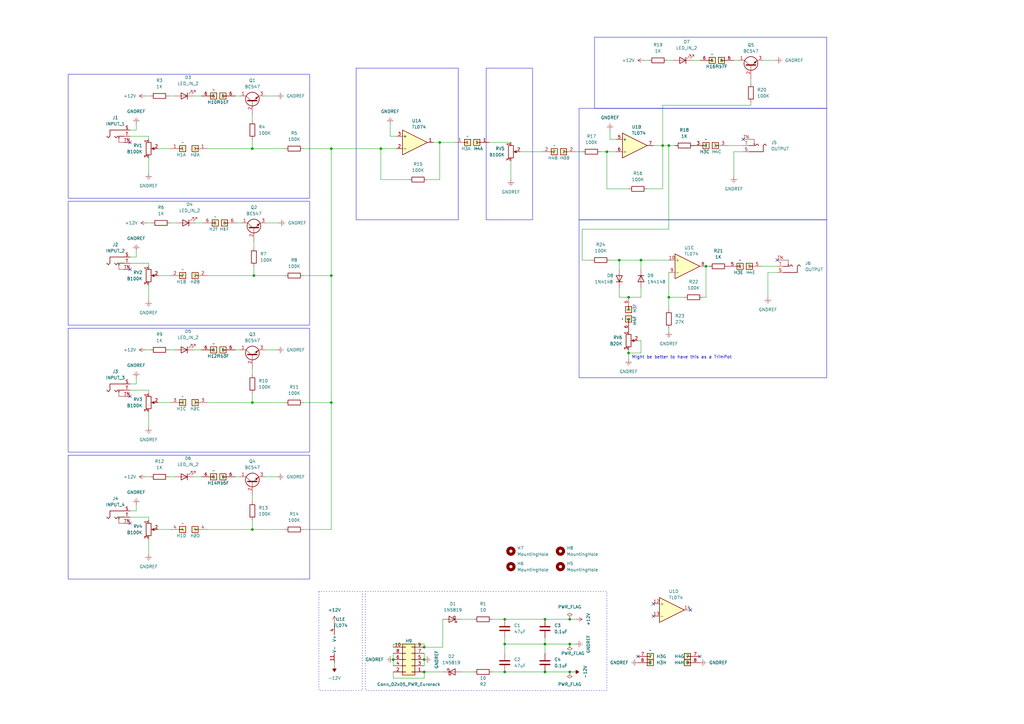
<source format=kicad_sch>
(kicad_sch (version 20230121) (generator eeschema)
  (paper "A3")
  (lib_symbols
    (symbol "Amplifier_Operational:TL074" (pin_names (offset 0.127))
      (property "Reference" "U" (at 0 5.08 0))
      (property "Value" "TL074" (at 0 -5.08 0))
      (symbol "TL074_1_1"
        (pin output line (at 7.62 0 180) (length 2.54) (name "~") (number "1"))
        (pin input line (at -7.62 -2.54 0) (length 2.54) (name "-") (number "2"))
        (pin input line (at -7.62 2.54 0) (length 2.54) (name "+") (number "3"))
      )
      (symbol "TL074_2_1"
        (pin input line (at -7.62 2.54 0) (length 2.54) (name "+") (number "5"))
        (pin input line (at -7.62 -2.54 0) (length 2.54) (name "-") (number "6"))
        (pin output line (at 7.62 0 180) (length 2.54) (name "~") (number "7"))
      )
      (symbol "TL074_3_1"
        (pin input line (at -7.62 2.54 0) (length 2.54) (name "+") (number "10"))
        (pin output line (at 7.62 0 180) (length 2.54) (name "~") (number "8"))
        (pin input line (at -7.62 -2.54 0) (length 2.54) (name "-") (number "9"))
      )
      (symbol "TL074_4_1"
        (pin input line (at -7.62 2.54 0) (length 2.54) (name "+") (number "12"))
        (pin input line (at -7.62 -2.54 0) (length 2.54) (name "-") (number "13"))
        (pin output line (at 7.62 0 180) (length 2.54) (name "~") (number "14"))
      )
      (symbol "TL074_5_1"
        (pin power_in line (at -2.54 -7.62 90) (length 3.81) (name "V-") (number "11"))
        (pin power_in line (at -2.54 7.62 270) (length 3.81) (name "V+") (number "4"))
      )
    )
    (symbol "Device:C" (pin_numbers hide) (pin_names (offset 0.254))
      (property "Reference" "C" (at 0.635 2.54 0))
      (property "Value" "C" (at 0.635 -2.54 0))
      (symbol "C_1_1"
        (pin passive line (at 0 3.81 270) (length 2.794) (name "~") (number "1"))
        (pin passive line (at 0 -3.81 90) (length 2.794) (name "~") (number "2"))
      )
    )
    (symbol "Device:LED" (pin_numbers hide) (pin_names (offset 1.016) hide)
      (property "Reference" "D" (at 0 2.54 0))
      (property "Value" "LED" (at 0 -2.54 0))
      (symbol "LED_1_1"
        (pin passive line (at -3.81 0 0) (length 2.54) (name "K") (number "1"))
        (pin passive line (at 3.81 0 180) (length 2.54) (name "A") (number "2"))
      )
    )
    (symbol "Device:R" (pin_numbers hide) (pin_names (offset 0))
      (property "Reference" "R" (at 2.032 0 90))
      (property "Value" "R" (at 0 0 90))
      (symbol "R_1_1"
        (pin passive line (at 0 3.81 270) (length 1.27) (name "~") (number "1"))
        (pin passive line (at 0 -3.81 90) (length 1.27) (name "~") (number "2"))
      )
    )
    (symbol "Device:R_Potentiometer" (pin_names (offset 1.016) hide)
      (property "Reference" "RV" (at -4.445 0 90))
      (property "Value" "R_Potentiometer" (at -2.54 0 90))
      (symbol "R_Potentiometer_1_1"
        (pin passive line (at 0 3.81 270) (length 1.27) (name "1") (number "1"))
        (pin passive line (at 3.81 0 180) (length 1.27) (name "2") (number "2"))
        (pin passive line (at 0 -3.81 90) (length 1.27) (name "3") (number "3"))
      )
    )
    (symbol "Diode:1N4148" (pin_numbers hide) (pin_names hide)
      (property "Reference" "D" (at 0 2.54 0))
      (property "Value" "1N4148" (at 0 -2.54 0))
      (symbol "1N4148_1_1"
        (pin passive line (at -3.81 0 0) (length 2.54) (name "K") (number "1"))
        (pin passive line (at 3.81 0 180) (length 2.54) (name "A") (number "2"))
      )
    )
    (symbol "Diode:1N5819" (pin_numbers hide) (pin_names (offset 1.016) hide)
      (property "Reference" "D" (at 0 2.54 0))
      (property "Value" "1N5819" (at 0 -2.54 0))
      (symbol "1N5819_1_1"
        (pin passive line (at -3.81 0 0) (length 2.54) (name "K") (number "1"))
        (pin passive line (at 3.81 0 180) (length 2.54) (name "A") (number "2"))
      )
    )
    (symbol "Mechanical:MountingHole" (pin_names (offset 1.016))
      (property "Reference" "H" (at 0 5.08 0))
      (property "Value" "MountingHole" (at 0 3.175 0))
    )
    (symbol "Synth_Custom:AudioJack2_PJ398SM"
      (property "Reference" "J" (at 0 8.89 0))
      (property "Value" "AudioJack2_PJ398SM" (at 0 6.35 0))
      (symbol "AudioJack2_PJ398SM_1_1"
        (pin passive line (at 5.08 2.54 180) (length 2.54) (name "~") (number "S"))
        (pin passive line (at 5.08 0 180) (length 2.54) (name "~") (number "T"))
        (pin passive line (at 5.08 -2.54 180) (length 2.54) (name "~") (number "TN"))
      )
    )
    (symbol "Synth_Custom:CONN_Header_01x08"
      (property "Reference" "H" (at 2.54 0 0))
      (symbol "CONN_Header_01x08_1_1"
        (pin passive line (at -5.08 0 0) (length 3.81) (name "1") (number "1"))
      )
      (symbol "CONN_Header_01x08_2_1"
        (pin passive line (at -5.08 0 0) (length 3.81) (name "2") (number "2"))
      )
      (symbol "CONN_Header_01x08_3_1"
        (pin passive line (at -5.08 0 0) (length 3.81) (name "3") (number "3"))
      )
      (symbol "CONN_Header_01x08_4_1"
        (pin passive line (at -5.08 0 0) (length 3.81) (name "4") (number "4"))
      )
      (symbol "CONN_Header_01x08_5_1"
        (pin passive line (at -5.08 0 0) (length 3.81) (name "5") (number "5"))
      )
      (symbol "CONN_Header_01x08_6_1"
        (pin passive line (at -5.08 0 0) (length 3.81) (name "6") (number "6"))
      )
      (symbol "CONN_Header_01x08_7_1"
        (pin passive line (at -5.08 0 0) (length 3.81) (name "7") (number "7"))
      )
      (symbol "CONN_Header_01x08_8_1"
        (pin passive line (at -5.08 0 0) (length 3.81) (name "8") (number "8"))
      )
    )
    (symbol "Synth_Custom:CONN_Socket_01x08"
      (property "Reference" "H" (at 2.54 0 0))
      (symbol "CONN_Socket_01x08_1_1"
        (pin passive line (at -5.08 0 0) (length 3.81) (name "1") (number "1"))
      )
      (symbol "CONN_Socket_01x08_2_1"
        (pin passive line (at -5.08 0 0) (length 3.81) (name "2") (number "2"))
      )
      (symbol "CONN_Socket_01x08_3_1"
        (pin passive line (at -5.08 0 0) (length 3.81) (name "3") (number "3"))
      )
      (symbol "CONN_Socket_01x08_4_1"
        (pin passive line (at -5.08 0 0) (length 3.81) (name "4") (number "4"))
      )
      (symbol "CONN_Socket_01x08_5_1"
        (pin passive line (at -5.08 0 0) (length 3.81) (name "5") (number "5"))
      )
      (symbol "CONN_Socket_01x08_6_1"
        (pin passive line (at -5.08 0 0) (length 3.81) (name "6") (number "6"))
      )
      (symbol "CONN_Socket_01x08_7_1"
        (pin passive line (at -5.08 0 0) (length 3.81) (name "7") (number "7"))
      )
      (symbol "CONN_Socket_01x08_8_1"
        (pin passive line (at -5.08 0 0) (length 3.81) (name "8") (number "8"))
      )
    )
    (symbol "Synth_Custom:Conn_02x05_PWR_Eurorack" (pin_names (offset 1.016) hide)
      (property "Reference" "H" (at 0 7.62 0))
      (property "Value" "Conn_02x05_PWR_Eurorack" (at 1.27 -7.62 0))
      (symbol "Conn_02x05_PWR_Eurorack_1_1"
        (pin passive line (at -6.35 5.08 0) (length 3.81) (name "Pin_1") (number "1"))
        (pin passive line (at 6.35 -5.08 180) (length 3.81) (name "Pin_10") (number "10"))
        (pin passive line (at 6.35 5.08 180) (length 3.81) (name "Pin_2") (number "2"))
        (pin passive line (at -6.35 2.54 0) (length 3.81) (name "Pin_3") (number "3"))
        (pin passive line (at 6.35 2.54 180) (length 3.81) (name "Pin_4") (number "4"))
        (pin passive line (at -6.35 0 0) (length 3.81) (name "Pin_5") (number "5"))
        (pin passive line (at 6.35 0 180) (length 3.81) (name "Pin_6") (number "6"))
        (pin passive line (at -6.35 -2.54 0) (length 3.81) (name "Pin_7") (number "7"))
        (pin passive line (at 6.35 -2.54 180) (length 3.81) (name "Pin_8") (number "8"))
        (pin passive line (at -6.35 -5.08 0) (length 3.81) (name "Pin_9") (number "9"))
      )
    )
    (symbol "Transistor_BJT:BC547" (pin_names (offset 0) hide)
      (property "Reference" "Q" (at 5.08 1.905 0))
      (property "Value" "BC547" (at 5.08 0 0))
      (symbol "BC547_1_1"
        (pin passive line (at 2.54 5.08 270) (length 2.54) (name "C") (number "1"))
        (pin input line (at -5.08 0 0) (length 5.08) (name "B") (number "2"))
        (pin passive line (at 2.54 -5.08 90) (length 2.54) (name "E") (number "3"))
      )
    )
    (symbol "power:+12V" (power) (pin_names (offset 0))
      (property "Value" "+12V" (at 0 3.556 0))
      (symbol "+12V_1_1"
        (pin power_in line (at 0 0 90) (length 0) hide (name "+12V") (number "1"))
      )
    )
    (symbol "power:-12V" (power) (pin_names (offset 0))
      (property "Value" "-12V" (at 0 3.81 0))
      (symbol "-12V_0_0"
        (pin power_in line (at 0 0 90) (length 0) hide (name "-12V") (number "1"))
      )
    )
    (symbol "power:GNDREF" (power) (pin_names (offset 0))
      (property "Value" "GNDREF" (at 0 -3.81 0))
      (symbol "GNDREF_1_1"
        (pin power_in line (at 0 0 270) (length 0) hide (name "GNDREF") (number "1"))
      )
    )
    (symbol "power:PWR_FLAG" (power) (pin_numbers hide) (pin_names (offset 0) hide)
      (property "Value" "PWR_FLAG" (at 0 3.81 0))
      (symbol "PWR_FLAG_0_0"
        (pin power_out line (at 0 0 90) (length 0) (name "pwr") (number "1"))
      )
    )
  )
  (junction (at 104.14 113.03))
  (junction (at 207.01 275.59))
  (junction (at 207.01 254))
  (junction (at 103.505 60.96))
  (junction (at 135.89 60.96))
  (junction (at 207.01 264.16))
  (junction (at 223.52 275.59))
  (junction (at 173.99 275.59))
  (junction (at 233.68 275.59))
  (junction (at 223.52 264.16))
  (junction (at 233.68 254))
  (junction (at 223.52 254))
  (junction (at 257.81 121.92))
  (junction (at 173.99 265.43))
  (junction (at 262.89 106.68))
  (junction (at 274.32 59.69))
  (junction (at 289.56 109.22))
  (junction (at 257.81 144.78))
  (junction (at 156.21 60.96))
  (junction (at 274.32 121.92))
  (junction (at 254 106.68))
  (junction (at 103.505 165.1))
  (junction (at 248.92 62.23))
  (junction (at 271.78 59.69))
  (junction (at 173.99 270.51))
  (junction (at 233.68 264.16))
  (junction (at 135.89 165.1))
  (junction (at 103.505 217.17))
  (junction (at 161.29 270.51))
  (junction (at 135.89 113.03))
  (junction (at 180.34 58.42))
  (no_connect (at 304.8 57.15))
  (no_connect (at 267.97 247.65))
  (no_connect (at 53.34 214.63))
  (no_connect (at 53.34 162.56))
  (no_connect (at 283.21 250.19))
  (no_connect (at 261.62 269.24))
  (no_connect (at 53.34 110.49))
  (no_connect (at 53.34 58.42))
  (no_connect (at 318.77 106.68))
  (no_connect (at 267.97 252.73))
  (no_connect (at 287.02 269.24))
  (wire (pts (xy 137.16 271.78) (xy 137.16 273.05)))
  (wire (pts (xy 53.34 160.02) (xy 60.96 160.02)))
  (wire (pts (xy 60.96 160.02) (xy 60.96 161.29)))
  (wire (pts (xy 167.64 73.66) (xy 156.21 73.66)))
  (wire (pts (xy 55.88 154.94) (xy 55.88 157.48)))
  (wire (pts (xy 85.09 217.17) (xy 103.505 217.17)))
  (wire (pts (xy 55.88 207.01) (xy 55.88 209.55)))
  (wire (pts (xy 307.975 43.18) (xy 307.975 41.91)))
  (wire (pts (xy 246.38 62.23) (xy 248.92 62.23)))
  (wire (pts (xy 60.96 64.77) (xy 60.96 71.12)))
  (wire (pts (xy 61.595 39.37) (xy 59.69 39.37)))
  (wire (pts (xy 69.85 91.44) (xy 72.39 91.44)))
  (wire (pts (xy 173.99 267.97) (xy 173.99 270.51)))
  (wire (pts (xy 60.96 212.09) (xy 60.96 213.36)))
  (wire (pts (xy 274.32 127) (xy 274.32 121.92)))
  (wire (pts (xy 104.14 99.06) (xy 104.14 101.6)))
  (wire (pts (xy 103.505 151.13) (xy 103.505 153.67)))
  (wire (pts (xy 207.01 275.59) (xy 223.52 275.59)))
  (wire (pts (xy 61.595 143.51) (xy 59.69 143.51)))
  (wire (pts (xy 300.99 62.23) (xy 300.99 72.39)))
  (wire (pts (xy 124.46 165.1) (xy 135.89 165.1)))
  (wire (pts (xy 103.505 213.36) (xy 103.505 217.17)))
  (wire (pts (xy 103.505 60.96) (xy 116.84 60.96)))
  (wire (pts (xy 79.375 143.51) (xy 82.55 143.51)))
  (wire (pts (xy 103.505 46.99) (xy 103.505 49.53)))
  (wire (pts (xy 69.215 195.58) (xy 71.755 195.58)))
  (wire (pts (xy 109.22 91.44) (xy 114.3 91.44)))
  (wire (pts (xy 103.505 217.17) (xy 116.84 217.17)))
  (wire (pts (xy 257.81 143.51) (xy 257.81 144.78)))
  (wire (pts (xy 60.96 116.84) (xy 60.96 123.19)))
  (wire (pts (xy 55.88 50.8) (xy 55.88 53.34)))
  (wire (pts (xy 238.76 106.68) (xy 242.57 106.68)))
  (wire (pts (xy 135.89 60.96) (xy 156.21 60.96)))
  (wire (pts (xy 280.67 121.92) (xy 274.32 121.92)))
  (wire (pts (xy 103.505 57.15) (xy 103.505 60.96)))
  (wire (pts (xy 273.685 24.765) (xy 276.225 24.765)))
  (wire (pts (xy 53.34 209.55) (xy 55.88 209.55)))
  (wire (pts (xy 79.375 39.37) (xy 82.55 39.37)))
  (wire (pts (xy 104.14 109.22) (xy 104.14 113.03)))
  (wire (pts (xy 62.23 91.44) (xy 60.325 91.44)))
  (wire (pts (xy 64.77 60.96) (xy 69.85 60.96)))
  (wire (pts (xy 271.78 43.18) (xy 307.975 43.18)))
  (wire (pts (xy 108.585 195.58) (xy 113.665 195.58)))
  (wire (pts (xy 180.34 58.42) (xy 177.8 58.42)))
  (wire (pts (xy 173.99 275.59) (xy 173.99 278.13)))
  (wire (pts (xy 223.52 275.59) (xy 233.68 275.59)))
  (wire (pts (xy 180.34 58.42) (xy 186.69 58.42)))
  (wire (pts (xy 250.19 106.68) (xy 254 106.68)))
  (wire (pts (xy 173.99 278.13) (xy 161.29 278.13)))
  (wire (pts (xy 60.96 168.91) (xy 60.96 175.26)))
  (wire (pts (xy 223.52 264.16) (xy 233.68 264.16)))
  (wire (pts (xy 53.34 55.88) (xy 60.96 55.88)))
  (wire (pts (xy 289.56 109.22) (xy 290.83 109.22)))
  (wire (pts (xy 79.375 195.58) (xy 82.55 195.58)))
  (wire (pts (xy 96.52 39.37) (xy 98.425 39.37)))
  (wire (pts (xy 108.585 39.37) (xy 113.665 39.37)))
  (wire (pts (xy 304.8 62.23) (xy 300.99 62.23)))
  (wire (pts (xy 96.52 143.51) (xy 98.425 143.51)))
  (wire (pts (xy 53.34 105.41) (xy 55.88 105.41)))
  (wire (pts (xy 124.46 113.03) (xy 135.89 113.03)))
  (wire (pts (xy 175.26 73.66) (xy 180.34 73.66)))
  (wire (pts (xy 189.23 275.59) (xy 194.31 275.59)))
  (wire (pts (xy 274.32 134.62) (xy 274.32 135.89)))
  (wire (pts (xy 274.32 93.98) (xy 238.76 93.98)))
  (wire (pts (xy 137.16 255.27) (xy 137.16 256.54)))
  (wire (pts (xy 262.89 118.11) (xy 262.89 121.92)))
  (wire (pts (xy 207.01 261.62) (xy 207.01 264.16)))
  (wire (pts (xy 209.55 66.04) (xy 209.55 73.66)))
  (wire (pts (xy 97.155 91.44) (xy 99.06 91.44)))
  (wire (pts (xy 248.92 62.23) (xy 252.73 62.23)))
  (wire (pts (xy 173.99 264.16) (xy 173.99 265.43)))
  (wire (pts (xy 96.52 195.58) (xy 98.425 195.58)))
  (wire (pts (xy 162.56 55.88) (xy 160.02 55.88)))
  (wire (pts (xy 233.68 275.59) (xy 234.95 275.59)))
  (wire (pts (xy 262.89 139.7) (xy 262.89 144.78)))
  (wire (pts (xy 283.845 24.765) (xy 287.02 24.765)))
  (wire (pts (xy 69.215 143.51) (xy 71.755 143.51)))
  (wire (pts (xy 271.78 59.69) (xy 274.32 59.69)))
  (wire (pts (xy 80.01 91.44) (xy 83.185 91.44)))
  (wire (pts (xy 135.89 217.17) (xy 135.89 165.1)))
  (wire (pts (xy 64.77 113.03) (xy 69.85 113.03)))
  (wire (pts (xy 161.29 267.97) (xy 161.29 270.51)))
  (wire (pts (xy 180.34 73.66) (xy 180.34 58.42)))
  (wire (pts (xy 53.34 212.09) (xy 60.96 212.09)))
  (wire (pts (xy 271.78 43.18) (xy 271.78 59.69)))
  (wire (pts (xy 103.505 161.29) (xy 103.505 165.1)))
  (wire (pts (xy 300.99 24.765) (xy 302.895 24.765)))
  (wire (pts (xy 312.42 109.22) (xy 318.77 109.22)))
  (wire (pts (xy 250.19 57.15) (xy 250.19 53.34)))
  (wire (pts (xy 64.77 217.17) (xy 69.85 217.17)))
  (wire (pts (xy 248.92 77.47) (xy 248.92 62.23)))
  (wire (pts (xy 223.52 254) (xy 233.68 254)))
  (wire (pts (xy 55.88 102.87) (xy 55.88 105.41)))
  (wire (pts (xy 313.055 24.765) (xy 318.135 24.765)))
  (wire (pts (xy 271.78 59.69) (xy 271.78 77.47)))
  (wire (pts (xy 156.21 60.96) (xy 162.56 60.96)))
  (wire (pts (xy 53.34 53.34) (xy 55.88 53.34)))
  (wire (pts (xy 274.32 59.69) (xy 276.86 59.69)))
  (wire (pts (xy 266.065 24.765) (xy 264.16 24.765)))
  (wire (pts (xy 274.32 121.92) (xy 274.32 111.76)))
  (wire (pts (xy 233.68 264.16) (xy 236.22 264.16)))
  (wire (pts (xy 262.89 144.78) (xy 257.81 144.78)))
  (wire (pts (xy 262.89 110.49) (xy 262.89 106.68)))
  (wire (pts (xy 173.99 265.43) (xy 181.61 265.43)))
  (wire (pts (xy 252.73 57.15) (xy 250.19 57.15)))
  (wire (pts (xy 271.78 77.47) (xy 265.43 77.47)))
  (wire (pts (xy 161.29 264.16) (xy 173.99 264.16)))
  (wire (pts (xy 104.14 113.03) (xy 116.84 113.03)))
  (wire (pts (xy 108.585 143.51) (xy 113.665 143.51)))
  (wire (pts (xy 156.21 73.66) (xy 156.21 60.96)))
  (wire (pts (xy 298.45 59.69) (xy 304.8 59.69)))
  (wire (pts (xy 207.01 264.16) (xy 207.01 267.97)))
  (wire (pts (xy 267.97 59.69) (xy 271.78 59.69)))
  (wire (pts (xy 181.61 265.43) (xy 181.61 254)))
  (wire (pts (xy 257.81 77.47) (xy 248.92 77.47)))
  (wire (pts (xy 85.09 165.1) (xy 103.505 165.1)))
  (wire (pts (xy 254 118.11) (xy 254 121.92)))
  (wire (pts (xy 201.93 275.59) (xy 207.01 275.59)))
  (wire (pts (xy 53.34 157.48) (xy 55.88 157.48)))
  (wire (pts (xy 257.81 144.78) (xy 257.81 147.32)))
  (wire (pts (xy 314.96 111.76) (xy 314.96 121.92)))
  (wire (pts (xy 124.46 217.17) (xy 135.89 217.17)))
  (wire (pts (xy 201.93 254) (xy 207.01 254)))
  (wire (pts (xy 161.29 265.43) (xy 161.29 264.16)))
  (wire (pts (xy 53.34 107.95) (xy 60.96 107.95)))
  (wire (pts (xy 233.68 254) (xy 236.22 254)))
  (wire (pts (xy 85.09 113.03) (xy 104.14 113.03)))
  (wire (pts (xy 69.215 39.37) (xy 71.755 39.37)))
  (wire (pts (xy 173.99 270.51) (xy 173.99 273.05)))
  (wire (pts (xy 254 106.68) (xy 262.89 106.68)))
  (wire (pts (xy 262.89 106.68) (xy 274.32 106.68)))
  (wire (pts (xy 207.01 264.16) (xy 223.52 264.16)))
  (wire (pts (xy 189.23 254) (xy 194.31 254)))
  (wire (pts (xy 60.96 220.98) (xy 60.96 227.33)))
  (wire (pts (xy 254 106.68) (xy 254 110.49)))
  (wire (pts (xy 61.595 195.58) (xy 59.69 195.58)))
  (wire (pts (xy 223.52 264.16) (xy 223.52 267.97)))
  (wire (pts (xy 60.96 55.88) (xy 60.96 57.15)))
  (wire (pts (xy 160.02 55.88) (xy 160.02 50.8)))
  (wire (pts (xy 288.29 121.92) (xy 289.56 121.92)))
  (wire (pts (xy 135.89 60.96) (xy 135.89 113.03)))
  (wire (pts (xy 223.52 261.62) (xy 223.52 264.16)))
  (wire (pts (xy 64.77 165.1) (xy 69.85 165.1)))
  (wire (pts (xy 289.56 109.22) (xy 289.56 121.92)))
  (wire (pts (xy 213.36 62.23) (xy 222.25 62.23)))
  (wire (pts (xy 236.22 62.23) (xy 238.76 62.23)))
  (wire (pts (xy 200.66 58.42) (xy 209.55 58.42)))
  (wire (pts (xy 274.32 59.69) (xy 274.32 93.98)))
  (wire (pts (xy 135.89 113.03) (xy 135.89 165.1)))
  (wire (pts (xy 85.09 60.96) (xy 103.505 60.96)))
  (wire (pts (xy 161.29 270.51) (xy 161.29 273.05)))
  (wire (pts (xy 238.76 93.98) (xy 238.76 106.68)))
  (wire (pts (xy 103.505 203.2) (xy 103.505 205.74)))
  (wire (pts (xy 254 121.92) (xy 257.81 121.92)))
  (wire (pts (xy 124.46 60.96) (xy 135.89 60.96)))
  (wire (pts (xy 60.96 107.95) (xy 60.96 109.22)))
  (wire (pts (xy 262.89 139.7) (xy 261.62 139.7)))
  (wire (pts (xy 307.975 32.385) (xy 307.975 34.29)))
  (wire (pts (xy 318.77 111.76) (xy 314.96 111.76)))
  (wire (pts (xy 173.99 275.59) (xy 181.61 275.59)))
  (wire (pts (xy 161.29 278.13) (xy 161.29 275.59)))
  (wire (pts (xy 207.01 254) (xy 223.52 254)))
  (wire (pts (xy 103.505 165.1) (xy 116.84 165.1)))
  (wire (pts (xy 257.81 121.92) (xy 262.89 121.92)))
  (rectangle (start 27.94 186.69) (end 127 237.49))
  (rectangle (start 237.49 90.17) (end 339.09 154.94))
  (rectangle (start 27.94 82.55) (end 127 133.35))
  (rectangle (start 149.86 242.57) (end 248.92 283.21) (stroke (width 0.25) (type dot)))
  (rectangle (start 199.39 27.94) (end 218.44 90.17))
  (rectangle (start 237.49 44.45) (end 339.09 90.17))
  (rectangle (start 146.05 27.94) (end 187.96 90.17))
  (rectangle (start 130.81 242.57) (end 148.59 283.21) (stroke (width 0.25) (type dot)))
  (rectangle (start 27.94 30.48) (end 127 81.28))
  (rectangle (start 27.94 134.62) (end 127 185.42))
  (rectangle (start 243.84 15.24) (end 339.09 44.45))
  (text "Might be better to have this as a TrimPot" (at 259.08 147.32 0) (effects (font (size 1.27 1.27)) (justify left bottom)))
  (symbol (lib_id "Transistor_BJT:BC547") (at 104.14 93.98 90) (unit 1)
    (property "Reference" "Q2" (at 104.14 85.09 90))
    (property "Value" "BC547" (at 104.14 87.63 90))
    (property "Footprint" "Package_TO_SOT_THT:TO-92_Inline" (effects hide))
    (property "Datasheet" "https://www.onsemi.com/pub/Collateral/BC550-D.pdf" (effects hide))
  )
  (symbol (lib_id "power:GNDREF") (at 209.55 73.66 0) (unit 1)
    (property "Reference" "#PWR031" (effects hide))
    (property "Value" "GNDREF" (at 209.55 78.74 0))
  )
  (symbol (lib_id "power:+12V") (at 59.69 143.51 90) (unit 1)
    (property "Reference" "#PWR012" (effects hide))
    (property "Value" "+12V" (at 55.88 143.51 90) (effects (justify left)))
  )
  (symbol (lib_id "Device:R_Potentiometer") (at 209.55 62.23 0) (unit 1)
    (property "Reference" "RV5" (at 207.01 60.96 0) (effects (justify right)))
    (property "Value" "B100K" (at 207.01 63.5 0) (effects (justify right)))
    (property "Footprint" "Potentiometer_THT:Potentiometer_TT_P0915N" (effects hide))
  )
  (symbol (lib_id "power:-12V") (at 234.95 275.59 270) (unit 1)
    (property "Reference" "#PWR02" (effects hide))
    (property "Value" "-12V" (at 240.03 275.59 0))
  )
  (symbol (lib_id "Synth_Custom:CONN_Socket_01x08") (at 257.81 127 270) (unit 6)
    (property "Reference" "H3" (at 260.35 124.46 0) (effects (justify left)))
    (property "Value" "~" (at 260.35 127 0))
    (property "Footprint" "synth-custom:PinSocket_1x08_P2.00mm_Vertical" (effects hide))
  )
  (symbol (lib_id "Mechanical:MountingHole") (at 209.55 226.06 0) (unit 1)
    (property "Reference" "H7" (at 212.09 224.79 0) (effects (justify left)))
    (property "Value" "MountingHole" (at 212.09 227.33 0) (effects (justify left)))
    (property "Footprint" "MountingHole:MountingHole_3.5mm" (effects hide))
  )
  (symbol (lib_id "power:GNDREF") (at 55.88 154.94 180) (unit 1)
    (property "Reference" "#PWR08" (effects hide))
    (property "Value" "GNDREF" (at 55.88 149.86 0))
  )
  (symbol (lib_id "power:+12V") (at 59.69 39.37 90) (unit 1)
    (property "Reference" "#PWR013" (effects hide))
    (property "Value" "+12V" (at 55.88 39.37 90) (effects (justify left)))
  )
  (symbol (lib_id "power:GNDREF") (at 60.96 71.12 0) (unit 1)
    (property "Reference" "#PWR014" (effects hide))
    (property "Value" "GNDREF" (at 60.96 76.2 0))
  )
  (symbol (lib_id "Synth_Custom:CONN_Socket_01x08") (at 195.58 58.42 180) (unit 1)
    (property "Reference" "H4" (at 198.12 60.96 0) (effects (justify left)))
    (property "Value" "~" (at 195.58 60.96 0))
    (property "Footprint" "synth-custom:PinHeader_1x08_P2.00mm_Vertical" (effects hide))
  )
  (symbol (lib_id "Amplifier_Operational:TL074") (at 281.94 109.22 0) (unit 3)
    (property "Reference" "U1" (at 280.67 101.6 0) (effects (justify left)))
    (property "Value" "TL074" (at 280.67 104.14 0) (effects (justify left)))
    (property "Footprint" "Package_DIP:DIP-14_W7.62mm_Socket_LongPads" (effects hide))
    (property "Datasheet" "http://www.ti.com/lit/ds/symlink/tl071.pdf" (effects hide))
  )
  (symbol (lib_id "Synth_Custom:CONN_Header_01x08") (at 74.93 217.17 0) (unit 4)
    (property "Reference" "H1" (at 72.39 219.71 0) (effects (justify left)))
    (property "Value" "~" (at 74.93 214.63 0))
    (property "Footprint" "synth-custom:PinHeader_1x08_P2.00mm_Vertical" (effects hide))
  )
  (symbol (lib_id "Synth_Custom:CONN_Socket_01x08") (at 293.37 59.69 180) (unit 3)
    (property "Reference" "H4" (at 295.91 62.23 0) (effects (justify left)))
    (property "Value" "~" (at 293.37 62.23 0))
    (property "Footprint" "synth-custom:PinHeader_1x08_P2.00mm_Vertical" (effects hide))
  )
  (symbol (lib_id "Device:R") (at 103.505 157.48 180) (unit 1)
    (property "Reference" "R10" (at 106.045 156.21 0) (effects (justify right)))
    (property "Value" "100K" (at 106.045 158.75 0) (effects (justify right)))
    (property "Footprint" "synth-custom:R_Axial_DIN0207_L6.3mm_D2.5mm_P7.62mm_Horizontal" (effects hide))
  )
  (symbol (lib_id "Device:R") (at 103.505 209.55 180) (unit 1)
    (property "Reference" "R13" (at 106.045 208.28 0) (effects (justify right)))
    (property "Value" "100K" (at 106.045 210.82 0) (effects (justify right)))
    (property "Footprint" "synth-custom:R_Axial_DIN0207_L6.3mm_D2.5mm_P7.62mm_Horizontal" (effects hide))
  )
  (symbol (lib_id "power:+12V") (at 264.16 24.765 90) (unit 1)
    (property "Reference" "#PWR033" (effects hide))
    (property "Value" "+12V" (at 260.35 24.765 90) (effects (justify left)))
  )
  (symbol (lib_id "Mechanical:MountingHole") (at 229.87 232.41 0) (unit 1)
    (property "Reference" "H5" (at 232.41 231.14 0) (effects (justify left)))
    (property "Value" "MountingHole" (at 232.41 233.68 0) (effects (justify left)))
    (property "Footprint" "MountingHole:MountingHole_2.5mm" (effects hide))
  )
  (symbol (lib_id "Diode:1N5819") (at 185.42 275.59 0) (unit 1)
    (property "Reference" "D2" (at 185.1025 269.24 0))
    (property "Value" "1N5819" (at 185.1025 271.78 0))
    (property "Footprint" "Diode_THT:D_DO-41_SOD81_P10.16mm_Horizontal" (effects hide))
    (property "Datasheet" "http://www.vishay.com/docs/88525/1n5817.pdf" (effects hide))
  )
  (symbol (lib_id "Device:R") (at 120.65 113.03 90) (unit 1)
    (property "Reference" "R8" (at 120.65 106.68 90))
    (property "Value" "100K" (at 120.65 109.22 90))
    (property "Footprint" "synth-custom:R_Axial_DIN0207_L6.3mm_D2.5mm_P7.62mm_Horizontal" (effects hide))
  )
  (symbol (lib_id "Synth_Custom:CONN_Socket_01x08") (at 88.265 91.44 0) (unit 6)
    (property "Reference" "H2" (at 85.725 93.98 0) (effects (justify left)))
    (property "Value" "~" (at 88.265 88.9 0))
    (property "Footprint" "synth-custom:PinSocket_1x08_P2.00mm_Vertical" (effects hide))
  )
  (symbol (lib_id "power:+12V") (at 59.69 195.58 90) (unit 1)
    (property "Reference" "#PWR020" (effects hide))
    (property "Value" "+12V" (at 55.88 195.58 90) (effects (justify left)))
  )
  (symbol (lib_id "Device:R_Potentiometer") (at 60.96 60.96 0) (unit 1)
    (property "Reference" "RV1" (at 58.42 59.69 0) (effects (justify right)))
    (property "Value" "B100K" (at 58.42 62.23 0) (effects (justify right)))
    (property "Footprint" "Potentiometer_THT:Potentiometer_TT_P0915N" (effects hide))
  )
  (symbol (lib_id "Amplifier_Operational:TL074") (at 260.35 59.69 0) (unit 2)
    (property "Reference" "U1" (at 259.08 52.07 0) (effects (justify left)))
    (property "Value" "TL074" (at 259.08 54.61 0) (effects (justify left)))
    (property "Footprint" "Package_DIP:DIP-14_W7.62mm_Socket_LongPads" (effects hide))
    (property "Datasheet" "http://www.ti.com/lit/ds/symlink/tl071.pdf" (effects hide))
  )
  (symbol (lib_id "Synth_Custom:Conn_02x05_PWR_Eurorack") (at 167.64 270.51 180) (unit 1)
    (property "Reference" "H9" (at 167.64 262.89 0))
    (property "Value" "Conn_02x05_PWR_Eurorack" (at 167.64 280.67 0))
    (property "Footprint" "synth-custom:CONN_02x05_PWR" (effects hide))
  )
  (symbol (lib_id "power:GNDREF") (at 173.99 270.51 90) (unit 1)
    (property "Reference" "#PWR027" (effects hide))
    (property "Value" "GNDREF" (at 179.07 270.51 0))
  )
  (symbol (lib_id "Device:R") (at 66.04 91.44 90) (unit 1)
    (property "Reference" "R6" (at 66.04 85.09 90))
    (property "Value" "1K" (at 66.04 87.63 90))
    (property "Footprint" "synth-custom:R_Axial_DIN0207_L6.3mm_D2.5mm_P7.62mm_Horizontal" (effects hide))
  )
  (symbol (lib_id "Device:R") (at 198.12 275.59 90) (unit 1)
    (property "Reference" "R2" (at 198.12 280.67 90))
    (property "Value" "10" (at 198.12 278.13 90))
    (property "Footprint" "synth-custom:R_Axial_DIN0207_L6.3mm_D2.5mm_P7.62mm_Horizontal" (effects hide))
  )
  (symbol (lib_id "Device:R") (at 65.405 39.37 90) (unit 1)
    (property "Reference" "R3" (at 65.405 33.02 90))
    (property "Value" "1K" (at 65.405 35.56 90))
    (property "Footprint" "synth-custom:R_Axial_DIN0207_L6.3mm_D2.5mm_P7.62mm_Horizontal" (effects hide))
  )
  (symbol (lib_id "power:PWR_FLAG") (at 233.68 254 0) (unit 1)
    (property "Reference" "#FLG01" (effects hide))
    (property "Value" "PWR_FLAG" (at 233.68 248.92 0))
  )
  (symbol (lib_id "Device:R") (at 120.65 217.17 90) (unit 1)
    (property "Reference" "R14" (at 120.65 210.82 90))
    (property "Value" "100K" (at 120.65 213.36 90))
    (property "Footprint" "synth-custom:R_Axial_DIN0207_L6.3mm_D2.5mm_P7.62mm_Horizontal" (effects hide))
  )
  (symbol (lib_id "Diode:1N5819") (at 185.42 254 180) (unit 1)
    (property "Reference" "D1" (at 185.7375 247.65 0))
    (property "Value" "1N5819" (at 185.7375 250.19 0))
    (property "Footprint" "Diode_THT:D_DO-41_SOD81_P10.16mm_Horizontal" (effects hide))
    (property "Datasheet" "http://www.vishay.com/docs/88525/1n5817.pdf" (effects hide))
  )
  (symbol (lib_id "Transistor_BJT:BC547") (at 103.505 198.12 90) (unit 1)
    (property "Reference" "Q4" (at 103.505 189.23 90))
    (property "Value" "BC547" (at 103.505 191.77 90))
    (property "Footprint" "Package_TO_SOT_THT:TO-92_Inline" (effects hide))
    (property "Datasheet" "https://www.onsemi.com/pub/Collateral/BC550-D.pdf" (effects hide))
  )
  (symbol (lib_id "Device:R") (at 246.38 106.68 90) (unit 1)
    (property "Reference" "R24" (at 246.38 100.33 90))
    (property "Value" "100K" (at 246.38 102.87 90))
    (property "Footprint" "synth-custom:R_Axial_DIN0207_L6.3mm_D2.5mm_P7.62mm_Horizontal" (effects hide))
  )
  (symbol (lib_id "Synth_Custom:CONN_Socket_01x08") (at 87.63 195.58 0) (unit 6)
    (property "Reference" "H14" (at 85.09 198.12 0) (effects (justify left)))
    (property "Value" "~" (at 87.63 193.04 0))
    (property "Footprint" "synth-custom:PinSocket_1x08_P2.00mm_Vertical" (effects hide))
  )
  (symbol (lib_id "Device:R") (at 120.65 60.96 90) (unit 1)
    (property "Reference" "R5" (at 120.65 54.61 90))
    (property "Value" "100K" (at 120.65 57.15 90))
    (property "Footprint" "synth-custom:R_Axial_DIN0207_L6.3mm_D2.5mm_P7.62mm_Horizontal" (effects hide))
  )
  (symbol (lib_id "Device:C") (at 223.52 271.78 0) (unit 1)
    (property "Reference" "C4" (at 227.33 270.51 0) (effects (justify left)))
    (property "Value" "0.1uF" (at 227.33 273.05 0) (effects (justify left)))
    (property "Footprint" "Capacitor_THT:CP_Radial_D4.0mm_P2.00mm" (effects hide))
  )
  (symbol (lib_id "power:GNDREF") (at 250.19 53.34 180) (unit 1)
    (property "Reference" "#PWR030" (effects hide))
    (property "Value" "GNDREF" (at 250.19 48.26 0))
  )
  (symbol (lib_id "power:GNDREF") (at 314.96 121.92 0) (unit 1)
    (property "Reference" "#PWR024" (effects hide))
    (property "Value" "GNDREF" (at 314.96 127 0))
  )
  (symbol (lib_id "power:GNDREF") (at 318.135 24.765 90) (unit 1)
    (property "Reference" "#PWR034" (effects hide))
    (property "Value" "GNDREF" (at 321.945 24.765 90) (effects (justify right)))
  )
  (symbol (lib_id "Synth_Custom:CONN_Socket_01x08") (at 231.14 62.23 180) (unit 2)
    (property "Reference" "H3" (at 233.68 64.77 0) (effects (justify left)))
    (property "Value" "~" (at 231.14 64.77 0))
    (property "Footprint" "synth-custom:PinSocket_1x08_P2.00mm_Vertical" (effects hide))
  )
  (symbol (lib_id "power:GNDREF") (at 55.88 50.8 180) (unit 1)
    (property "Reference" "#PWR016" (effects hide))
    (property "Value" "GNDREF" (at 55.88 45.72 0))
  )
  (symbol (lib_id "power:PWR_FLAG") (at 233.68 264.16 180) (unit 1)
    (property "Reference" "#FLG03" (effects hide))
    (property "Value" "PWR_FLAG" (at 234.95 267.97 0))
  )
  (symbol (lib_id "Transistor_BJT:BC547") (at 103.505 146.05 90) (unit 1)
    (property "Reference" "Q3" (at 103.505 137.16 90))
    (property "Value" "BC547" (at 103.505 139.7 90))
    (property "Footprint" "Package_TO_SOT_THT:TO-92_Inline" (effects hide))
    (property "Datasheet" "https://www.onsemi.com/pub/Collateral/BC550-D.pdf" (effects hide))
  )
  (symbol (lib_id "power:GNDREF") (at 236.22 264.16 90) (unit 1)
    (property "Reference" "#PWR03" (effects hide))
    (property "Value" "GNDREF" (at 241.3 264.16 0))
  )
  (symbol (lib_id "Device:LED") (at 280.035 24.765 180) (unit 1)
    (property "Reference" "D7" (at 281.6225 17.145 0))
    (property "Value" "LED_IN_2" (at 281.6225 19.685 0))
    (property "Footprint" "LED_THT:LED_D3.0mm" (effects hide))
  )
  (symbol (lib_id "Synth_Custom:CONN_Socket_01x08") (at 281.94 269.24 180) (unit 7)
    (property "Reference" "H4" (at 280.67 269.24 0) (effects (justify left)))
    (property "Value" "~" (at 281.94 271.78 0))
    (property "Footprint" "synth-custom:PinHeader_1x08_P2.00mm_Vertical" (effects hide))
  )
  (symbol (lib_id "power:GNDREF") (at 113.665 39.37 90) (unit 1)
    (property "Reference" "#PWR015" (effects hide))
    (property "Value" "GNDREF" (at 117.475 39.37 90) (effects (justify right)))
  )
  (symbol (lib_id "Synth_Custom:AudioJack2_PJ398SM") (at 309.88 59.69 180) (unit 1)
    (property "Reference" "J5" (at 316.23 58.4835 0) (effects (justify right)))
    (property "Value" "OUTPUT" (at 316.23 61.0235 0) (effects (justify right)))
    (property "Footprint" "synth-custom:Jack_3.5mm_QingPu_WQP-PJ398SM_Vertical_CircularHoles" (effects hide))
  )
  (symbol (lib_id "Diode:1N4148") (at 262.89 114.3 270) (unit 1)
    (property "Reference" "D9" (at 265.43 113.03 90) (effects (justify left)))
    (property "Value" "1N4148" (at 265.43 115.57 90) (effects (justify left)))
    (property "Footprint" "Diode_THT:D_DO-35_SOD27_P7.62mm_Horizontal" (effects hide))
    (property "Datasheet" "https://assets.nexperia.com/documents/data-sheet/1N4148_1N4448.pdf" (effects hide))
    (property "Sim.Device" "D" (effects hide))
    (property "Sim.Pins" "1=K 2=A" (effects hide))
  )
  (symbol (lib_id "Synth_Custom:CONN_Header_01x08") (at 191.77 58.42 0) (unit 1)
    (property "Reference" "H3" (at 189.23 60.96 0) (effects (justify left)))
    (property "Value" "~" (at 191.77 55.88 0))
    (property "Footprint" "synth-custom:PinSocket_1x08_P2.00mm_Vertical" (effects hide))
  )
  (symbol (lib_id "power:GNDREF") (at 261.62 271.78 270) (unit 1)
    (property "Reference" "#PWR022" (effects hide))
    (property "Value" "GNDREF" (at 257.81 271.78 90) (effects (justify right)))
  )
  (symbol (lib_id "Amplifier_Operational:TL074") (at 170.18 58.42 0) (unit 1)
    (property "Reference" "U1" (at 168.91 49.53 0) (effects (justify left)))
    (property "Value" "TL074" (at 168.91 52.07 0) (effects (justify left)))
    (property "Footprint" "Package_DIP:DIP-14_W7.62mm_Socket_LongPads" (effects hide))
    (property "Datasheet" "http://www.ti.com/lit/ds/symlink/tl071.pdf" (effects hide))
  )
  (symbol (lib_id "Synth_Custom:CONN_Header_01x08") (at 91.44 195.58 180) (unit 6)
    (property "Reference" "H15" (at 91.44 198.12 0))
    (property "Value" "~" (at 91.44 198.12 0))
    (property "Footprint" "synth-custom:PinHeader_1x08_P2.00mm_Vertical" (effects hide))
  )
  (symbol (lib_id "Device:R") (at 65.405 195.58 90) (unit 1)
    (property "Reference" "R12" (at 65.405 189.23 90))
    (property "Value" "1K" (at 65.405 191.77 90))
    (property "Footprint" "synth-custom:R_Axial_DIN0207_L6.3mm_D2.5mm_P7.62mm_Horizontal" (effects hide))
  )
  (symbol (lib_id "Device:R") (at 65.405 143.51 90) (unit 1)
    (property "Reference" "R9" (at 65.405 137.16 90))
    (property "Value" "1K" (at 65.405 139.7 90))
    (property "Footprint" "synth-custom:R_Axial_DIN0207_L6.3mm_D2.5mm_P7.62mm_Horizontal" (effects hide))
  )
  (symbol (lib_id "Device:R") (at 261.62 77.47 90) (unit 1)
    (property "Reference" "R16" (at 261.62 71.12 90))
    (property "Value" "100K" (at 261.62 73.66 90))
    (property "Footprint" "synth-custom:R_Axial_DIN0207_L6.3mm_D2.5mm_P7.62mm_Horizontal" (effects hide))
  )
  (symbol (lib_id "Synth_Custom:CONN_Header_01x08") (at 266.7 271.78 0) (unit 8)
    (property "Reference" "H3" (at 269.24 271.78 0) (effects (justify left)))
    (property "Value" "~" (at 266.7 269.24 0))
    (property "Footprint" "synth-custom:PinSocket_1x08_P2.00mm_Vertical" (effects hide))
  )
  (symbol (lib_id "Device:R_Potentiometer") (at 60.96 165.1 0) (unit 1)
    (property "Reference" "RV3" (at 58.42 163.83 0) (effects (justify right)))
    (property "Value" "B100K" (at 58.42 166.37 0) (effects (justify right)))
    (property "Footprint" "Potentiometer_THT:Potentiometer_TT_P0915N" (effects hide))
  )
  (symbol (lib_id "power:GNDREF") (at 60.96 227.33 0) (unit 1)
    (property "Reference" "#PWR019" (effects hide))
    (property "Value" "GNDREF" (at 60.96 232.41 0))
  )
  (symbol (lib_id "power:GNDREF") (at 161.29 270.51 270) (unit 1)
    (property "Reference" "#PWR028" (effects hide))
    (property "Value" "GNDREF" (at 157.48 270.51 90) (effects (justify right)))
  )
  (symbol (lib_id "Device:R") (at 104.14 105.41 180) (unit 1)
    (property "Reference" "R7" (at 106.68 104.14 0) (effects (justify right)))
    (property "Value" "100K" (at 106.68 106.68 0) (effects (justify right)))
    (property "Footprint" "synth-custom:R_Axial_DIN0207_L6.3mm_D2.5mm_P7.62mm_Horizontal" (effects hide))
  )
  (symbol (lib_id "Transistor_BJT:BC547") (at 103.505 41.91 90) (unit 1)
    (property "Reference" "Q1" (at 103.505 33.02 90))
    (property "Value" "BC547" (at 103.505 35.56 90))
    (property "Footprint" "Package_TO_SOT_THT:TO-92_Inline" (effects hide))
    (property "Datasheet" "https://www.onsemi.com/pub/Collateral/BC550-D.pdf" (effects hide))
  )
  (symbol (lib_id "Synth_Custom:CONN_Socket_01x08") (at 80.01 113.03 180) (unit 2)
    (property "Reference" "H2" (at 80.01 115.57 0))
    (property "Value" "~" (at 80.01 115.57 0))
    (property "Footprint" "synth-custom:PinSocket_1x08_P2.00mm_Vertical" (effects hide))
  )
  (symbol (lib_id "Synth_Custom:AudioJack2_PJ398SM") (at 48.26 55.88 0) (unit 1)
    (property "Reference" "J1" (at 47.3075 48.26 0))
    (property "Value" "INPUT_1" (at 47.3075 50.8 0))
    (property "Footprint" "synth-custom:Jack_3.5mm_QingPu_WQP-PJ398SM_Vertical_CircularHoles" (effects hide))
  )
  (symbol (lib_id "Synth_Custom:AudioJack2_PJ398SM") (at 48.26 212.09 0) (unit 1)
    (property "Reference" "J4" (at 47.3075 204.47 0))
    (property "Value" "INPUT_4" (at 47.3075 207.01 0))
    (property "Footprint" "synth-custom:Jack_3.5mm_QingPu_WQP-PJ398SM_Vertical_CircularHoles" (effects hide))
  )
  (symbol (lib_id "Synth_Custom:AudioJack2_PJ398SM") (at 323.85 109.22 180) (unit 1)
    (property "Reference" "J6" (at 330.2 108.0135 0) (effects (justify right)))
    (property "Value" "OUTPUT" (at 330.2 110.5535 0) (effects (justify right)))
    (property "Footprint" "synth-custom:Jack_3.5mm_QingPu_WQP-PJ398SM_Vertical_CircularHoles" (effects hide))
  )
  (symbol (lib_id "Device:R_Potentiometer") (at 60.96 217.17 0) (unit 1)
    (property "Reference" "RV4" (at 58.42 215.9 0) (effects (justify right)))
    (property "Value" "B100K" (at 58.42 218.44 0) (effects (justify right)))
    (property "Footprint" "Potentiometer_THT:Potentiometer_TT_P0915N" (effects hide))
  )
  (symbol (lib_id "Synth_Custom:CONN_Header_01x08") (at 257.81 130.81 90) (unit 6)
    (property "Reference" "H4" (at 260.35 133.35 0) (effects (justify left)))
    (property "Value" "~" (at 255.27 130.81 0))
    (property "Footprint" "synth-custom:PinHeader_1x08_P2.00mm_Vertical" (effects hide))
  )
  (symbol (lib_id "power:GNDREF") (at 114.3 91.44 90) (unit 1)
    (property "Reference" "#PWR07" (effects hide))
    (property "Value" "GNDREF" (at 118.11 91.44 90) (effects (justify right)))
  )
  (symbol (lib_id "Device:R") (at 103.505 53.34 180) (unit 1)
    (property "Reference" "R4" (at 106.045 52.07 0) (effects (justify right)))
    (property "Value" "100K" (at 106.045 54.61 0) (effects (justify right)))
    (property "Footprint" "synth-custom:R_Axial_DIN0207_L6.3mm_D2.5mm_P7.62mm_Horizontal" (effects hide))
  )
  (symbol (lib_id "power:GNDREF") (at 287.02 271.78 90) (unit 1)
    (property "Reference" "#PWR023" (effects hide))
    (property "Value" "GNDREF" (at 290.83 271.78 90) (effects (justify right)))
  )
  (symbol (lib_id "Device:R_Potentiometer") (at 257.81 139.7 0) (unit 1)
    (property "Reference" "RV6" (at 255.27 138.43 0) (effects (justify right)))
    (property "Value" "B20K" (at 255.27 140.97 0) (effects (justify right)))
    (property "Footprint" "Potentiometer_THT:Potentiometer_TT_P0915N" (effects hide))
  )
  (symbol (lib_id "power:+12V") (at 60.325 91.44 90) (unit 1)
    (property "Reference" "#PWR06" (effects hide))
    (property "Value" "+12V" (at 56.515 91.44 90) (effects (justify left)))
  )
  (symbol (lib_id "power:GNDREF") (at 257.81 147.32 0) (unit 1)
    (property "Reference" "#PWR026" (effects hide))
    (property "Value" "GNDREF" (at 257.81 152.4 0))
  )
  (symbol (lib_id "Diode:1N4148") (at 254 114.3 90) (unit 1)
    (property "Reference" "D8" (at 248.92 113.03 90) (effects (justify right)))
    (property "Value" "1N4148" (at 243.84 115.57 90) (effects (justify right)))
    (property "Footprint" "Diode_THT:D_DO-35_SOD27_P7.62mm_Horizontal" (effects hide))
    (property "Datasheet" "https://assets.nexperia.com/documents/data-sheet/1N4148_1N4448.pdf" (effects hide))
    (property "Sim.Device" "D" (effects hide))
    (property "Sim.Pins" "1=K 2=A" (effects hide))
  )
  (symbol (lib_id "Device:LED") (at 75.565 39.37 180) (unit 1)
    (property "Reference" "D3" (at 77.1525 31.75 0))
    (property "Value" "LED_IN_2" (at 77.1525 34.29 0))
    (property "Footprint" "LED_THT:LED_D3.0mm" (effects hide))
  )
  (symbol (lib_id "power:GNDREF") (at 60.96 175.26 0) (unit 1)
    (property "Reference" "#PWR09" (effects hide))
    (property "Value" "GNDREF" (at 60.96 180.34 0))
  )
  (symbol (lib_id "power:GNDREF") (at 55.88 102.87 180) (unit 1)
    (property "Reference" "#PWR04" (effects hide))
    (property "Value" "GNDREF" (at 55.88 97.79 0))
  )
  (symbol (lib_id "power:GNDREF") (at 113.665 195.58 90) (unit 1)
    (property "Reference" "#PWR021" (effects hide))
    (property "Value" "GNDREF" (at 117.475 195.58 90) (effects (justify right)))
  )
  (symbol (lib_id "Synth_Custom:CONN_Header_01x08") (at 74.93 165.1 0) (unit 3)
    (property "Reference" "H1" (at 72.39 167.64 0) (effects (justify left)))
    (property "Value" "~" (at 74.93 162.56 0))
    (property "Footprint" "synth-custom:PinHeader_1x08_P2.00mm_Vertical" (effects hide))
  )
  (symbol (lib_id "Device:R") (at 269.875 24.765 90) (unit 1)
    (property "Reference" "R19" (at 269.875 18.415 90))
    (property "Value" "1K" (at 269.875 20.955 90))
    (property "Footprint" "synth-custom:R_Axial_DIN0207_L6.3mm_D2.5mm_P7.62mm_Horizontal" (effects hide))
  )
  (symbol (lib_id "Device:R") (at 171.45 73.66 90) (unit 1)
    (property "Reference" "R15" (at 171.45 67.31 90))
    (property "Value" "100K" (at 171.45 69.85 90))
    (property "Footprint" "synth-custom:R_Axial_DIN0207_L6.3mm_D2.5mm_P7.62mm_Horizontal" (effects hide))
  )
  (symbol (lib_id "Device:R") (at 280.67 59.69 90) (unit 1)
    (property "Reference" "R18" (at 280.67 53.34 90))
    (property "Value" "1K" (at 280.67 55.88 90))
    (property "Footprint" "synth-custom:R_Axial_DIN0207_L6.3mm_D2.5mm_P7.62mm_Horizontal" (effects hide))
  )
  (symbol (lib_id "Synth_Custom:CONN_Socket_01x08") (at 80.01 217.17 180) (unit 4)
    (property "Reference" "H2" (at 80.01 219.71 0))
    (property "Value" "~" (at 80.01 219.71 0))
    (property "Footprint" "synth-custom:PinSocket_1x08_P2.00mm_Vertical" (effects hide))
  )
  (symbol (lib_id "power:GNDREF") (at 274.32 135.89 0) (unit 1)
    (property "Reference" "#PWR025" (effects hide))
    (property "Value" "GNDREF" (at 274.32 140.97 0))
  )
  (symbol (lib_id "Synth_Custom:CONN_Header_01x08") (at 92.075 91.44 180) (unit 6)
    (property "Reference" "H1" (at 92.075 93.98 0))
    (property "Value" "~" (at 92.075 93.98 0))
    (property "Footprint" "synth-custom:PinHeader_1x08_P2.00mm_Vertical" (effects hide))
  )
  (symbol (lib_id "Transistor_BJT:BC547") (at 307.975 27.305 90) (unit 1)
    (property "Reference" "Q5" (at 307.975 18.415 90))
    (property "Value" "BC547" (at 307.975 20.955 90))
    (property "Footprint" "Package_TO_SOT_THT:TO-92_Inline" (effects hide))
    (property "Datasheet" "https://www.onsemi.com/pub/Collateral/BC550-D.pdf" (effects hide))
  )
  (symbol (lib_id "power:-12V") (at 137.16 273.05 180) (unit 1)
    (property "Reference" "#PWR011" (effects hide))
    (property "Value" "-12V" (at 137.16 278.13 0))
  )
  (symbol (lib_id "Synth_Custom:CONN_Header_01x08") (at 266.7 269.24 0) (unit 7)
    (property "Reference" "H3" (at 269.24 269.24 0) (effects (justify left)))
    (property "Value" "~" (at 266.7 266.7 0))
    (property "Footprint" "synth-custom:PinSocket_1x08_P2.00mm_Vertical" (effects hide))
  )
  (symbol (lib_id "Synth_Custom:CONN_Header_01x08") (at 74.93 60.96 0) (unit 1)
    (property "Reference" "H1" (at 72.39 63.5 0) (effects (justify left)))
    (property "Value" "~" (at 74.93 58.42 0))
    (property "Footprint" "synth-custom:PinHeader_1x08_P2.00mm_Vertical" (effects hide))
  )
  (symbol (lib_id "Mechanical:MountingHole") (at 229.87 226.06 0) (unit 1)
    (property "Reference" "H8" (at 232.41 224.79 0) (effects (justify left)))
    (property "Value" "MountingHole" (at 232.41 227.33 0) (effects (justify left)))
    (property "Footprint" "MountingHole:MountingHole_3.5mm" (effects hide))
  )
  (symbol (lib_id "power:+12V") (at 137.16 255.27 0) (unit 1)
    (property "Reference" "#PWR010" (effects hide))
    (property "Value" "+12V" (at 137.16 250.19 0))
  )
  (symbol (lib_id "Synth_Custom:AudioJack2_PJ398SM") (at 48.26 107.95 0) (unit 1)
    (property "Reference" "J2" (at 47.3075 100.33 0))
    (property "Value" "INPUT_2" (at 47.3075 102.87 0))
    (property "Footprint" "synth-custom:Jack_3.5mm_QingPu_WQP-PJ398SM_Vertical_CircularHoles" (effects hide))
  )
  (symbol (lib_id "Synth_Custom:CONN_Header_01x08") (at 295.91 24.765 180) (unit 6)
    (property "Reference" "H17" (at 295.91 27.305 0))
    (property "Value" "~" (at 295.91 27.305 0))
    (property "Footprint" "synth-custom:PinHeader_1x08_P2.00mm_Vertical" (effects hide))
  )
  (symbol (lib_id "Device:C") (at 207.01 257.81 0) (unit 1)
    (property "Reference" "C1" (at 210.82 256.54 0) (effects (justify left)))
    (property "Value" "47uF" (at 210.82 259.08 0) (effects (justify left)))
    (property "Footprint" "Capacitor_THT:CP_Radial_D5.0mm_P2.50mm" (effects hide))
  )
  (symbol (lib_id "power:GNDREF") (at 60.96 123.19 0) (unit 1)
    (property "Reference" "#PWR05" (effects hide))
    (property "Value" "GNDREF" (at 60.96 128.27 0))
  )
  (symbol (lib_id "Amplifier_Operational:TL074") (at 139.7 264.16 0) (unit 5)
    (property "Reference" "U1" (at 139.7 254 0))
    (property "Value" "TL074" (at 139.7 256.54 0))
    (property "Footprint" "Package_DIP:DIP-14_W7.62mm_Socket_LongPads" (effects hide))
    (property "Datasheet" "http://www.ti.com/lit/ds/symlink/tl071.pdf" (effects hide))
  )
  (symbol (lib_id "power:GNDREF") (at 160.02 50.8 180) (unit 1)
    (property "Reference" "#PWR029" (effects hide))
    (property "Value" "GNDREF" (at 160.02 45.72 0))
  )
  (symbol (lib_id "power:+12V") (at 236.22 254 270) (unit 1)
    (property "Reference" "#PWR01" (effects hide))
    (property "Value" "+12V" (at 241.3 254 0))
  )
  (symbol (lib_id "Device:C") (at 207.01 271.78 0) (unit 1)
    (property "Reference" "C2" (at 210.82 270.51 0) (effects (justify left)))
    (property "Value" "47uF" (at 210.82 273.05 0) (effects (justify left)))
    (property "Footprint" "Capacitor_THT:CP_Radial_D5.0mm_P2.50mm" (effects hide))
  )
  (symbol (lib_id "Synth_Custom:CONN_Socket_01x08") (at 281.94 271.78 0) (mirror y) (unit 8)
    (property "Reference" "H4" (at 280.67 271.78 0) (effects (justify left)))
    (property "Value" "~" (at 281.94 269.24 0))
    (property "Footprint" "synth-custom:PinHeader_1x08_P2.00mm_Vertical" (effects hide))
  )
  (symbol (lib_id "Synth_Custom:CONN_Socket_01x08") (at 80.01 165.1 180) (unit 3)
    (property "Reference" "H2" (at 80.01 167.64 0))
    (property "Value" "~" (at 80.01 167.64 0))
    (property "Footprint" "synth-custom:PinSocket_1x08_P2.00mm_Vertical" (effects hide))
  )
  (symbol (lib_id "Synth_Custom:CONN_Header_01x08") (at 303.53 109.22 0) (unit 5)
    (property "Reference" "H3" (at 300.99 111.76 0) (effects (justify left)))
    (property "Value" "~" (at 303.53 106.68 0))
    (property "Footprint" "synth-custom:PinSocket_1x08_P2.00mm_Vertical" (effects hide))
  )
  (symbol (lib_id "Device:LED") (at 76.2 91.44 180) (unit 1)
    (property "Reference" "D4" (at 77.7875 83.82 0))
    (property "Value" "LED_IN_2" (at 77.7875 86.36 0))
    (property "Footprint" "LED_THT:LED_D3.0mm" (effects hide))
  )
  (symbol (lib_id "Device:LED") (at 75.565 195.58 180) (unit 1)
    (property "Reference" "D6" (at 77.1525 187.96 0))
    (property "Value" "LED_IN_2" (at 77.1525 190.5 0))
    (property "Footprint" "LED_THT:LED_D3.0mm" (effects hide))
  )
  (symbol (lib_id "Synth_Custom:CONN_Socket_01x08") (at 80.01 60.96 180) (unit 1)
    (property "Reference" "H2" (at 80.01 63.5 0))
    (property "Value" "~" (at 80.01 63.5 0))
    (property "Footprint" "synth-custom:PinSocket_1x08_P2.00mm_Vertical" (effects hide))
  )
  (symbol (lib_id "Device:C") (at 223.52 257.81 0) (unit 1)
    (property "Reference" "C3" (at 227.33 256.54 0) (effects (justify left)))
    (property "Value" "0.1uF" (at 227.33 259.08 0) (effects (justify left)))
    (property "Footprint" "Capacitor_THT:CP_Radial_D4.0mm_P2.00mm" (effects hide))
  )
  (symbol (lib_id "Device:R") (at 274.32 130.81 180) (unit 1)
    (property "Reference" "R23" (at 276.86 129.54 0) (effects (justify right)))
    (property "Value" "27K" (at 276.86 132.08 0) (effects (justify right)))
    (property "Footprint" "synth-custom:R_Axial_DIN0207_L6.3mm_D2.5mm_P7.62mm_Horizontal" (effects hide))
  )
  (symbol (lib_id "Device:R") (at 294.64 109.22 90) (unit 1)
    (property "Reference" "R21" (at 294.64 102.87 90))
    (property "Value" "1K" (at 294.64 105.41 90))
    (property "Footprint" "synth-custom:R_Axial_DIN0207_L6.3mm_D2.5mm_P7.62mm_Horizontal" (effects hide))
  )
  (symbol (lib_id "Synth_Custom:AudioJack2_PJ398SM") (at 48.26 160.02 0) (unit 1)
    (property "Reference" "J3" (at 47.3075 152.4 0))
    (property "Value" "INPUT_3" (at 47.3075 154.94 0))
    (property "Footprint" "synth-custom:Jack_3.5mm_QingPu_WQP-PJ398SM_Vertical_CircularHoles" (effects hide))
  )
  (symbol (lib_id "Synth_Custom:CONN_Socket_01x08") (at 292.1 24.765 0) (unit 6)
    (property "Reference" "H16" (at 289.56 27.305 0) (effects (justify left)))
    (property "Value" "~" (at 292.1 22.225 0))
    (property "Footprint" "synth-custom:PinSocket_1x08_P2.00mm_Vertical" (effects hide))
  )
  (symbol (lib_id "Device:R") (at 307.975 38.1 180) (unit 1)
    (property "Reference" "R20" (at 310.515 36.83 0) (effects (justify right)))
    (property "Value" "100K" (at 310.515 39.37 0) (effects (justify right)))
    (property "Footprint" "synth-custom:R_Axial_DIN0207_L6.3mm_D2.5mm_P7.62mm_Horizontal" (effects hide))
  )
  (symbol (lib_id "Device:R") (at 198.12 254 90) (unit 1)
    (property "Reference" "R1" (at 198.12 247.65 90))
    (property "Value" "10" (at 198.12 250.19 90))
    (property "Footprint" "synth-custom:R_Axial_DIN0207_L6.3mm_D2.5mm_P7.62mm_Horizontal" (effects hide))
  )
  (symbol (lib_id "Device:LED") (at 75.565 143.51 180) (unit 1)
    (property "Reference" "D5" (at 77.1525 135.89 0))
    (property "Value" "LED_IN_2" (at 77.1525 138.43 0))
    (property "Footprint" "LED_THT:LED_D3.0mm" (effects hide))
  )
  (symbol (lib_id "Device:R") (at 242.57 62.23 90) (unit 1)
    (property "Reference" "R17" (at 242.57 55.88 90))
    (property "Value" "100K" (at 242.57 58.42 90))
    (property "Footprint" "synth-custom:R_Axial_DIN0207_L6.3mm_D2.5mm_P7.62mm_Horizontal" (effects hide))
  )
  (symbol (lib_id "power:PWR_FLAG") (at 233.68 275.59 180) (unit 1)
    (property "Reference" "#FLG02" (effects hide))
    (property "Value" "PWR_FLAG" (at 233.68 280.67 0))
  )
  (symbol (lib_id "power:GNDREF") (at 113.665 143.51 90) (unit 1)
    (property "Reference" "#PWR017" (effects hide))
    (property "Value" "GNDREF" (at 117.475 143.51 90) (effects (justify right)))
  )
  (symbol (lib_id "Device:R_Potentiometer") (at 60.96 113.03 0) (unit 1)
    (property "Reference" "RV2" (at 58.42 111.76 0) (effects (justify right)))
    (property "Value" "B100K" (at 58.42 114.3 0) (effects (justify right)))
    (property "Footprint" "Potentiometer_THT:Potentiometer_TT_P0915N" (effects hide))
  )
  (symbol (lib_id "Synth_Custom:CONN_Socket_01x08") (at 87.63 39.37 0) (unit 6)
    (property "Reference" "H10" (at 85.09 41.91 0) (effects (justify left)))
    (property "Value" "~" (at 87.63 36.83 0))
    (property "Footprint" "synth-custom:PinSocket_1x08_P2.00mm_Vertical" (effects hide))
  )
  (symbol (lib_id "Synth_Custom:CONN_Header_01x08") (at 227.33 62.23 0) (unit 2)
    (property "Reference" "H4" (at 224.79 64.77 0) (effects (justify left)))
    (property "Value" "~" (at 227.33 59.69 0))
    (property "Footprint" "synth-custom:PinHeader_1x08_P2.00mm_Vertical" (effects hide))
  )
  (symbol (lib_id "Synth_Custom:CONN_Socket_01x08") (at 307.34 109.22 180) (unit 5)
    (property "Reference" "H4" (at 309.88 111.76 0) (effects (justify left)))
    (property "Value" "~" (at 307.34 111.76 0))
    (property "Footprint" "synth-custom:PinHeader_1x08_P2.00mm_Vertical" (effects hide))
  )
  (symbol (lib_id "Synth_Custom:CONN_Header_01x08") (at 289.56 59.69 0) (unit 3)
    (property "Reference" "H3" (at 287.02 62.23 0) (effects (justify left)))
    (property "Value" "~" (at 289.56 57.15 0))
    (property "Footprint" "synth-custom:PinSocket_1x08_P2.00mm_Vertical" (effects hide))
  )
  (symbol (lib_id "Device:R") (at 120.65 165.1 90) (unit 1)
    (property "Reference" "R11" (at 120.65 158.75 90))
    (property "Value" "100K" (at 120.65 161.29 90))
    (property "Footprint" "synth-custom:R_Axial_DIN0207_L6.3mm_D2.5mm_P7.62mm_Horizontal" (effects hide))
  )
  (symbol (lib_id "Device:R") (at 284.48 121.92 90) (unit 1)
    (property "Reference" "R22" (at 284.48 115.57 90))
    (property "Value" "100K" (at 284.48 118.11 90))
    (property "Footprint" "synth-custom:R_Axial_DIN0207_L6.3mm_D2.5mm_P7.62mm_Horizontal" (effects hide))
  )
  (symbol (lib_id "Synth_Custom:CONN_Header_01x08") (at 91.44 143.51 180) (unit 6)
    (property "Reference" "H13" (at 91.44 146.05 0))
    (property "Value" "~" (at 91.44 146.05 0))
    (property "Footprint" "synth-custom:PinHeader_1x08_P2.00mm_Vertical" (effects hide))
  )
  (symbol (lib_id "power:GNDREF") (at 55.88 207.01 180) (unit 1)
    (property "Reference" "#PWR018" (effects hide))
    (property "Value" "GNDREF" (at 55.88 201.93 0))
  )
  (symbol (lib_id "Amplifier_Operational:TL074") (at 275.59 250.19 0) (unit 4)
    (property "Reference" "U1" (at 274.32 242.57 0) (effects (justify left)))
    (property "Value" "TL074" (at 274.32 245.11 0) (effects (justify left)))
    (property "Footprint" "Package_DIP:DIP-14_W7.62mm_Socket_LongPads" (effects hide))
    (property "Datasheet" "http://www.ti.com/lit/ds/symlink/tl071.pdf" (effects hide))
  )
  (symbol (lib_id "Synth_Custom:CONN_Socket_01x08") (at 87.63 143.51 0) (unit 6)
    (property "Reference" "H12" (at 85.09 146.05 0) (effects (justify left)))
    (property "Value" "~" (at 87.63 140.97 0))
    (property "Footprint" "synth-custom:PinSocket_1x08_P2.00mm_Vertical" (effects hide))
  )
  (symbol (lib_id "power:GNDREF") (at 300.99 72.39 0) (unit 1)
    (property "Reference" "#PWR032" (effects hide))
    (property "Value" "GNDREF" (at 300.99 77.47 0))
  )
  (symbol (lib_id "Mechanical:MountingHole") (at 209.55 232.41 0) (unit 1)
    (property "Reference" "H6" (at 212.09 231.14 0) (effects (justify left)))
    (property "Value" "MountingHole" (at 212.09 233.68 0) (effects (justify left)))
    (property "Footprint" "MountingHole:MountingHole_2.5mm" (effects hide))
  )
  (symbol (lib_id "Synth_Custom:CONN_Header_01x08") (at 74.93 113.03 0) (unit 2)
    (property "Reference" "H1" (at 72.39 115.57 0) (effects (justify left)))
    (property "Value" "~" (at 74.93 110.49 0))
    (property "Footprint" "synth-custom:PinHeader_1x08_P2.00mm_Vertical" (effects hide))
  )
  (symbol (lib_id "Synth_Custom:CONN_Header_01x08") (at 91.44 39.37 180) (unit 6)
    (property "Reference" "H11" (at 91.44 41.91 0))
    (property "Value" "~" (at 91.44 41.91 0))
    (property "Footprint" "synth-custom:PinHeader_1x08_P2.00mm_Vertical" (effects hide))
  )
)
</source>
